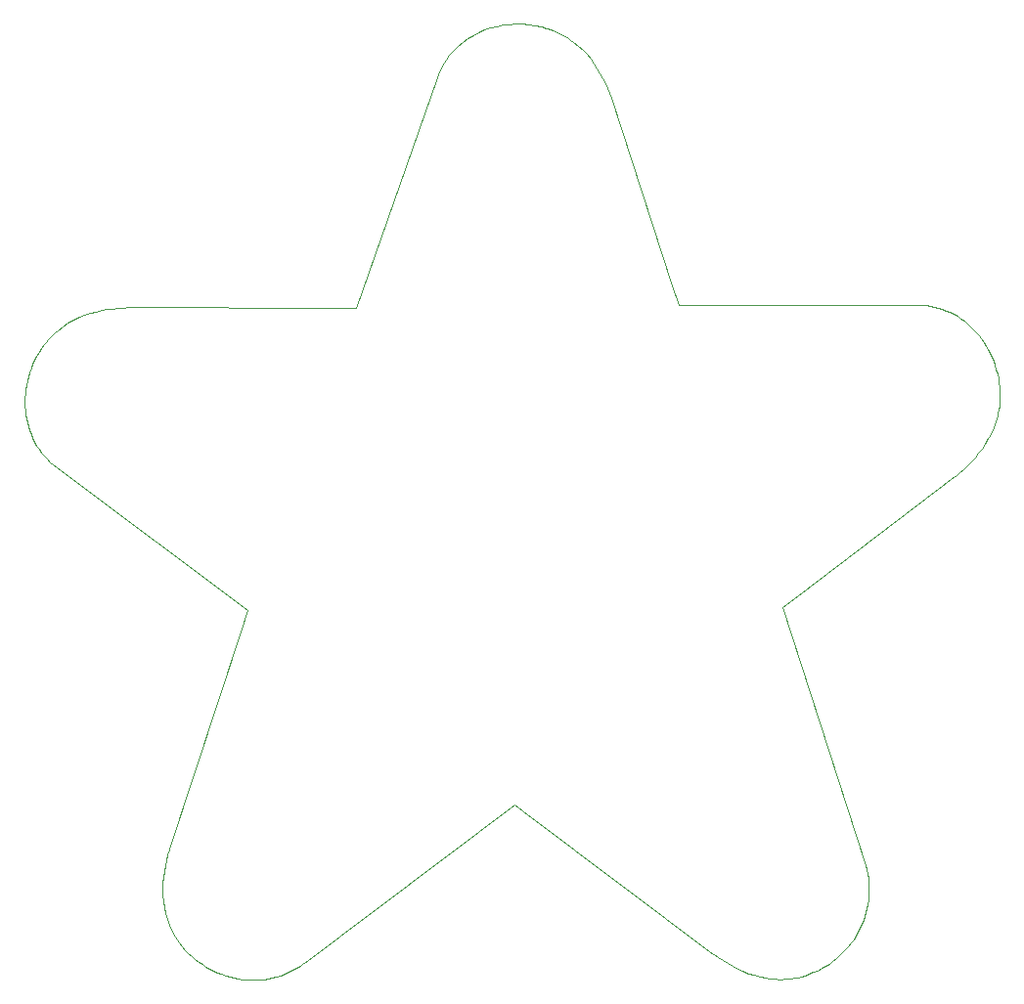
<source format=gm1>
G04 #@! TF.GenerationSoftware,KiCad,Pcbnew,9.0.0*
G04 #@! TF.CreationDate,2025-04-20T11:40:54+02:00*
G04 #@! TF.ProjectId,Blinkenstar,426c696e-6b65-46e7-9374-61722e6b6963,2.6*
G04 #@! TF.SameCoordinates,Original*
G04 #@! TF.FileFunction,Profile,NP*
%FSLAX46Y46*%
G04 Gerber Fmt 4.6, Leading zero omitted, Abs format (unit mm)*
G04 Created by KiCad (PCBNEW 9.0.0) date 2025-04-20 11:40:54*
%MOMM*%
%LPD*%
G01*
G04 APERTURE LIST*
G04 #@! TA.AperFunction,Profile*
%ADD10C,0.052916*%
G04 #@! TD*
G04 APERTURE END LIST*
D10*
X115125282Y-47448534D02*
X115312281Y-47455309D01*
X115499707Y-47466272D01*
X115687485Y-47481444D01*
X115875541Y-47500847D01*
X116063800Y-47524502D01*
X116252188Y-47552429D01*
X116440629Y-47584650D01*
X116629050Y-47621185D01*
X116817375Y-47662057D01*
X117005529Y-47707285D01*
X117193439Y-47756892D01*
X117381030Y-47810898D01*
X117568226Y-47869323D01*
X117754953Y-47932191D01*
X117754953Y-47932296D01*
X118036473Y-48036945D01*
X118308671Y-48150714D01*
X118571726Y-48273207D01*
X118825814Y-48404028D01*
X119071112Y-48542782D01*
X119307797Y-48689072D01*
X119536047Y-48842502D01*
X119756038Y-49002676D01*
X120171955Y-49341672D01*
X120556963Y-49702893D01*
X120912482Y-50083171D01*
X121239927Y-50479336D01*
X121540717Y-50888222D01*
X121816267Y-51306659D01*
X122067996Y-51731481D01*
X122297320Y-52159518D01*
X122505658Y-52587603D01*
X122694425Y-53012568D01*
X122865039Y-53431244D01*
X123018918Y-53840464D01*
X123024005Y-53854717D01*
X123028976Y-53869011D01*
X123033828Y-53883346D01*
X123038559Y-53897721D01*
X128319271Y-70156159D01*
X128895663Y-71784690D01*
X149537924Y-71784690D01*
X149915579Y-71795355D01*
X150287106Y-71826968D01*
X150652121Y-71878955D01*
X151010240Y-71950742D01*
X151361078Y-72041754D01*
X151704252Y-72151418D01*
X152039375Y-72279160D01*
X152366065Y-72424405D01*
X152683936Y-72586580D01*
X152992605Y-72765111D01*
X153291687Y-72959422D01*
X153580797Y-73168942D01*
X153859551Y-73393094D01*
X154127566Y-73631306D01*
X154384455Y-73883003D01*
X154629835Y-74147612D01*
X154863322Y-74424557D01*
X155084531Y-74713266D01*
X155293078Y-75013164D01*
X155488578Y-75323677D01*
X155670647Y-75644231D01*
X155838901Y-75974252D01*
X155992955Y-76313166D01*
X156132424Y-76660399D01*
X156256926Y-77015377D01*
X156366074Y-77377525D01*
X156459484Y-77746271D01*
X156536773Y-78121039D01*
X156597556Y-78501255D01*
X156641448Y-78886347D01*
X156668065Y-79275739D01*
X156677023Y-79668858D01*
X156671042Y-79969032D01*
X156653387Y-80263420D01*
X156624488Y-80552060D01*
X156584777Y-80834986D01*
X156534684Y-81112236D01*
X156474641Y-81383844D01*
X156405078Y-81649849D01*
X156326427Y-81910285D01*
X156239118Y-82165190D01*
X156143583Y-82414598D01*
X156040252Y-82658548D01*
X155929557Y-82897074D01*
X155811928Y-83130213D01*
X155687796Y-83358001D01*
X155421750Y-83797670D01*
X155134864Y-84216371D01*
X154830588Y-84614393D01*
X154512369Y-84992026D01*
X154183655Y-85349561D01*
X153847894Y-85687286D01*
X153508535Y-86005493D01*
X153169023Y-86304470D01*
X152832809Y-86584507D01*
X152821543Y-86593582D01*
X152810211Y-86602568D01*
X152798810Y-86611464D01*
X152787338Y-86620267D01*
X139180417Y-96969608D01*
X137888400Y-97946812D01*
X145021811Y-120324357D01*
X145021811Y-120323832D01*
X145130082Y-120698758D01*
X145217016Y-121074636D01*
X145282992Y-121450874D01*
X145328390Y-121826884D01*
X145353590Y-122202074D01*
X145358972Y-122575855D01*
X145344914Y-122947637D01*
X145311798Y-123316829D01*
X145260002Y-123682843D01*
X145189907Y-124045087D01*
X145101891Y-124402972D01*
X144996336Y-124755907D01*
X144873620Y-125103303D01*
X144734124Y-125444570D01*
X144578226Y-125779117D01*
X144406308Y-126106354D01*
X144218747Y-126425693D01*
X144015926Y-126736541D01*
X143798222Y-127038310D01*
X143566015Y-127330410D01*
X143319686Y-127612250D01*
X143059615Y-127883240D01*
X142786180Y-128142791D01*
X142499762Y-128390312D01*
X142200740Y-128625213D01*
X141889494Y-128846904D01*
X141566404Y-129054796D01*
X141231849Y-129248297D01*
X140886210Y-129426819D01*
X140529866Y-129589771D01*
X140163196Y-129736563D01*
X139786581Y-129866605D01*
X139783981Y-129867557D01*
X139491456Y-129953494D01*
X139200977Y-130025672D01*
X138912641Y-130084548D01*
X138626543Y-130130578D01*
X138342778Y-130164220D01*
X138061442Y-130185929D01*
X137782630Y-130196163D01*
X137506439Y-130195377D01*
X137232962Y-130184028D01*
X136962297Y-130162574D01*
X136694538Y-130131470D01*
X136429781Y-130091172D01*
X135909654Y-129984824D01*
X135402681Y-129847182D01*
X134909625Y-129681899D01*
X134431251Y-129492626D01*
X133968323Y-129283016D01*
X133521604Y-129056722D01*
X133091859Y-128817395D01*
X132679852Y-128568688D01*
X132286346Y-128314253D01*
X131912106Y-128057743D01*
X131900458Y-128049484D01*
X131888878Y-128041132D01*
X131877363Y-128032689D01*
X131865915Y-128024155D01*
X116099325Y-116177439D01*
X114628097Y-115040867D01*
X96422604Y-128782761D01*
X96422067Y-128782761D01*
X96102882Y-129010411D01*
X95775680Y-129218326D01*
X95441149Y-129406658D01*
X95099976Y-129575561D01*
X94752848Y-129725189D01*
X94400453Y-129855694D01*
X94043477Y-129967229D01*
X93682607Y-130059949D01*
X93318531Y-130134006D01*
X92951936Y-130189554D01*
X92583508Y-130226746D01*
X92213936Y-130245735D01*
X91843905Y-130246675D01*
X91474104Y-130229718D01*
X91105219Y-130195018D01*
X90737938Y-130142729D01*
X90372947Y-130073004D01*
X90010933Y-129985995D01*
X89652585Y-129881857D01*
X89298589Y-129760742D01*
X88949631Y-129622804D01*
X88606400Y-129468196D01*
X88269582Y-129297071D01*
X87939865Y-129109583D01*
X87617935Y-128905885D01*
X87304479Y-128686130D01*
X87000186Y-128450472D01*
X86705741Y-128199064D01*
X86421833Y-127932058D01*
X86149147Y-127649609D01*
X85888372Y-127351870D01*
X85640194Y-127038993D01*
X85461150Y-126791311D01*
X85295952Y-126540933D01*
X85144193Y-126288106D01*
X85005467Y-126033071D01*
X84879366Y-125776074D01*
X84765485Y-125517357D01*
X84663416Y-125257165D01*
X84572754Y-124995742D01*
X84424021Y-124470176D01*
X84316032Y-123942611D01*
X84245534Y-123414997D01*
X84209274Y-122889285D01*
X84203999Y-122367425D01*
X84226456Y-121851370D01*
X84273391Y-121343068D01*
X84341552Y-120844472D01*
X84427685Y-120357532D01*
X84528537Y-119884198D01*
X84640855Y-119426423D01*
X84761386Y-118986155D01*
X84766097Y-118969990D01*
X84770958Y-118953870D01*
X84775967Y-118937794D01*
X84781125Y-118921763D01*
X91038522Y-99794151D01*
X91569137Y-98189902D01*
X75045291Y-85887296D01*
X75045816Y-85887296D01*
X74745889Y-85650800D01*
X74463180Y-85401126D01*
X74197675Y-85138970D01*
X73949364Y-84865025D01*
X73718234Y-84579987D01*
X73504275Y-84284548D01*
X73307474Y-83979404D01*
X73127819Y-83665249D01*
X72965299Y-83342776D01*
X72819903Y-83012681D01*
X72691619Y-82675658D01*
X72580435Y-82332400D01*
X72486339Y-81983602D01*
X72409319Y-81629959D01*
X72349365Y-81272165D01*
X72306465Y-80910914D01*
X72280606Y-80546900D01*
X72271777Y-80180817D01*
X72279967Y-79813361D01*
X72305164Y-79445224D01*
X72347356Y-79077102D01*
X72406531Y-78709689D01*
X72482678Y-78343679D01*
X72575785Y-77979766D01*
X72685841Y-77618644D01*
X72812834Y-77261008D01*
X72956752Y-76907553D01*
X73117583Y-76558972D01*
X73295317Y-76215959D01*
X73489941Y-75879210D01*
X73701443Y-75549418D01*
X73929812Y-75227277D01*
X74115188Y-74988498D01*
X74306639Y-74761654D01*
X74503833Y-74546444D01*
X74706435Y-74342569D01*
X74914114Y-74149729D01*
X75126535Y-73967624D01*
X75564274Y-73634420D01*
X76016986Y-73340558D01*
X76482008Y-73083638D01*
X76956673Y-72861262D01*
X77438318Y-72671030D01*
X77924276Y-72510543D01*
X78411883Y-72377402D01*
X78898473Y-72269209D01*
X79381383Y-72183563D01*
X79857946Y-72118067D01*
X80325498Y-72070320D01*
X80781374Y-72037924D01*
X81222909Y-72018479D01*
X81238022Y-72018050D01*
X81253138Y-72017757D01*
X81268254Y-72017593D01*
X81283371Y-72017551D01*
X98633834Y-72041734D01*
X98642682Y-72045071D01*
X98651510Y-72048454D01*
X100984384Y-72048454D01*
X107958639Y-52075512D01*
X108057912Y-51809497D01*
X108167536Y-51550469D01*
X108287205Y-51298512D01*
X108416615Y-51053711D01*
X108555458Y-50816150D01*
X108703429Y-50585913D01*
X109025533Y-50147750D01*
X109380479Y-49739897D01*
X109765820Y-49363029D01*
X110179111Y-49017820D01*
X110617904Y-48704945D01*
X111079753Y-48425080D01*
X111562212Y-48178898D01*
X112062833Y-47967075D01*
X112579170Y-47790285D01*
X113108776Y-47649204D01*
X113649204Y-47544506D01*
X114198009Y-47476866D01*
X114752743Y-47446958D01*
X114752865Y-47447465D01*
X114938786Y-47445926D01*
X115125282Y-47448534D01*
M02*

</source>
